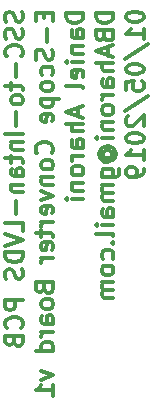
<source format=gbr>
G04 #@! TF.GenerationSoftware,KiCad,Pcbnew,(5.0.1)-3*
G04 #@! TF.CreationDate,2019-01-05T18:42:13-08:00*
G04 #@! TF.ProjectId,EScope-MSDAQ-2-INTANDAQ,4553636F70652D4D534441512D322D49,rev?*
G04 #@! TF.SameCoordinates,Original*
G04 #@! TF.FileFunction,Legend,Bot*
G04 #@! TF.FilePolarity,Positive*
%FSLAX46Y46*%
G04 Gerber Fmt 4.6, Leading zero omitted, Abs format (unit mm)*
G04 Created by KiCad (PCBNEW (5.0.1)-3) date 1/5/2019 6:42:13 PM*
%MOMM*%
%LPD*%
G01*
G04 APERTURE LIST*
%ADD10C,0.300000*%
G04 APERTURE END LIST*
D10*
X134530742Y-92114514D02*
X134602171Y-92328800D01*
X134602171Y-92685942D01*
X134530742Y-92828800D01*
X134459314Y-92900228D01*
X134316457Y-92971657D01*
X134173600Y-92971657D01*
X134030742Y-92900228D01*
X133959314Y-92828800D01*
X133887885Y-92685942D01*
X133816457Y-92400228D01*
X133745028Y-92257371D01*
X133673600Y-92185942D01*
X133530742Y-92114514D01*
X133387885Y-92114514D01*
X133245028Y-92185942D01*
X133173600Y-92257371D01*
X133102171Y-92400228D01*
X133102171Y-92757371D01*
X133173600Y-92971657D01*
X134530742Y-93543085D02*
X134602171Y-93757371D01*
X134602171Y-94114514D01*
X134530742Y-94257371D01*
X134459314Y-94328800D01*
X134316457Y-94400228D01*
X134173600Y-94400228D01*
X134030742Y-94328800D01*
X133959314Y-94257371D01*
X133887885Y-94114514D01*
X133816457Y-93828800D01*
X133745028Y-93685942D01*
X133673600Y-93614514D01*
X133530742Y-93543085D01*
X133387885Y-93543085D01*
X133245028Y-93614514D01*
X133173600Y-93685942D01*
X133102171Y-93828800D01*
X133102171Y-94185942D01*
X133173600Y-94400228D01*
X134459314Y-95900228D02*
X134530742Y-95828800D01*
X134602171Y-95614514D01*
X134602171Y-95471657D01*
X134530742Y-95257371D01*
X134387885Y-95114514D01*
X134245028Y-95043085D01*
X133959314Y-94971657D01*
X133745028Y-94971657D01*
X133459314Y-95043085D01*
X133316457Y-95114514D01*
X133173600Y-95257371D01*
X133102171Y-95471657D01*
X133102171Y-95614514D01*
X133173600Y-95828800D01*
X133245028Y-95900228D01*
X134030742Y-96543085D02*
X134030742Y-97685942D01*
X133602171Y-98185942D02*
X133602171Y-98757371D01*
X133102171Y-98400228D02*
X134387885Y-98400228D01*
X134530742Y-98471657D01*
X134602171Y-98614514D01*
X134602171Y-98757371D01*
X134602171Y-99471657D02*
X134530742Y-99328800D01*
X134459314Y-99257371D01*
X134316457Y-99185942D01*
X133887885Y-99185942D01*
X133745028Y-99257371D01*
X133673600Y-99328800D01*
X133602171Y-99471657D01*
X133602171Y-99685942D01*
X133673600Y-99828800D01*
X133745028Y-99900228D01*
X133887885Y-99971657D01*
X134316457Y-99971657D01*
X134459314Y-99900228D01*
X134530742Y-99828800D01*
X134602171Y-99685942D01*
X134602171Y-99471657D01*
X134030742Y-100614514D02*
X134030742Y-101757371D01*
X134602171Y-102471657D02*
X133102171Y-102471657D01*
X133602171Y-103185942D02*
X134602171Y-103185942D01*
X133745028Y-103185942D02*
X133673600Y-103257371D01*
X133602171Y-103400228D01*
X133602171Y-103614514D01*
X133673600Y-103757371D01*
X133816457Y-103828800D01*
X134602171Y-103828800D01*
X133602171Y-104328800D02*
X133602171Y-104900228D01*
X133102171Y-104543085D02*
X134387885Y-104543085D01*
X134530742Y-104614514D01*
X134602171Y-104757371D01*
X134602171Y-104900228D01*
X134602171Y-106043085D02*
X133816457Y-106043085D01*
X133673600Y-105971657D01*
X133602171Y-105828800D01*
X133602171Y-105543085D01*
X133673600Y-105400228D01*
X134530742Y-106043085D02*
X134602171Y-105900228D01*
X134602171Y-105543085D01*
X134530742Y-105400228D01*
X134387885Y-105328800D01*
X134245028Y-105328800D01*
X134102171Y-105400228D01*
X134030742Y-105543085D01*
X134030742Y-105900228D01*
X133959314Y-106043085D01*
X133602171Y-106757371D02*
X134602171Y-106757371D01*
X133745028Y-106757371D02*
X133673600Y-106828800D01*
X133602171Y-106971657D01*
X133602171Y-107185942D01*
X133673600Y-107328800D01*
X133816457Y-107400228D01*
X134602171Y-107400228D01*
X134030742Y-108114514D02*
X134030742Y-109257371D01*
X134602171Y-110685942D02*
X134602171Y-109971657D01*
X133102171Y-109971657D01*
X133102171Y-110971657D02*
X134602171Y-111471657D01*
X133102171Y-111971657D01*
X134602171Y-112471657D02*
X133102171Y-112471657D01*
X133102171Y-112828800D01*
X133173600Y-113043085D01*
X133316457Y-113185942D01*
X133459314Y-113257371D01*
X133745028Y-113328800D01*
X133959314Y-113328800D01*
X134245028Y-113257371D01*
X134387885Y-113185942D01*
X134530742Y-113043085D01*
X134602171Y-112828800D01*
X134602171Y-112471657D01*
X134530742Y-113900228D02*
X134602171Y-114114514D01*
X134602171Y-114471657D01*
X134530742Y-114614514D01*
X134459314Y-114685942D01*
X134316457Y-114757371D01*
X134173600Y-114757371D01*
X134030742Y-114685942D01*
X133959314Y-114614514D01*
X133887885Y-114471657D01*
X133816457Y-114185942D01*
X133745028Y-114043085D01*
X133673600Y-113971657D01*
X133530742Y-113900228D01*
X133387885Y-113900228D01*
X133245028Y-113971657D01*
X133173600Y-114043085D01*
X133102171Y-114185942D01*
X133102171Y-114543085D01*
X133173600Y-114757371D01*
X134602171Y-116543085D02*
X133102171Y-116543085D01*
X133102171Y-117114514D01*
X133173600Y-117257371D01*
X133245028Y-117328800D01*
X133387885Y-117400228D01*
X133602171Y-117400228D01*
X133745028Y-117328800D01*
X133816457Y-117257371D01*
X133887885Y-117114514D01*
X133887885Y-116543085D01*
X134459314Y-118900228D02*
X134530742Y-118828800D01*
X134602171Y-118614514D01*
X134602171Y-118471657D01*
X134530742Y-118257371D01*
X134387885Y-118114514D01*
X134245028Y-118043085D01*
X133959314Y-117971657D01*
X133745028Y-117971657D01*
X133459314Y-118043085D01*
X133316457Y-118114514D01*
X133173600Y-118257371D01*
X133102171Y-118471657D01*
X133102171Y-118614514D01*
X133173600Y-118828800D01*
X133245028Y-118900228D01*
X133816457Y-120043085D02*
X133887885Y-120257371D01*
X133959314Y-120328800D01*
X134102171Y-120400228D01*
X134316457Y-120400228D01*
X134459314Y-120328800D01*
X134530742Y-120257371D01*
X134602171Y-120114514D01*
X134602171Y-119543085D01*
X133102171Y-119543085D01*
X133102171Y-120043085D01*
X133173600Y-120185942D01*
X133245028Y-120257371D01*
X133387885Y-120328800D01*
X133530742Y-120328800D01*
X133673600Y-120257371D01*
X133745028Y-120185942D01*
X133816457Y-120043085D01*
X133816457Y-119543085D01*
X136366457Y-92185942D02*
X136366457Y-92685942D01*
X137152171Y-92900228D02*
X137152171Y-92185942D01*
X135652171Y-92185942D01*
X135652171Y-92900228D01*
X136580742Y-93543085D02*
X136580742Y-94685942D01*
X137080742Y-95328800D02*
X137152171Y-95543085D01*
X137152171Y-95900228D01*
X137080742Y-96043085D01*
X137009314Y-96114514D01*
X136866457Y-96185942D01*
X136723600Y-96185942D01*
X136580742Y-96114514D01*
X136509314Y-96043085D01*
X136437885Y-95900228D01*
X136366457Y-95614514D01*
X136295028Y-95471657D01*
X136223600Y-95400228D01*
X136080742Y-95328800D01*
X135937885Y-95328800D01*
X135795028Y-95400228D01*
X135723600Y-95471657D01*
X135652171Y-95614514D01*
X135652171Y-95971657D01*
X135723600Y-96185942D01*
X137080742Y-97471657D02*
X137152171Y-97328800D01*
X137152171Y-97043085D01*
X137080742Y-96900228D01*
X137009314Y-96828800D01*
X136866457Y-96757371D01*
X136437885Y-96757371D01*
X136295028Y-96828800D01*
X136223600Y-96900228D01*
X136152171Y-97043085D01*
X136152171Y-97328800D01*
X136223600Y-97471657D01*
X137152171Y-98328800D02*
X137080742Y-98185942D01*
X137009314Y-98114514D01*
X136866457Y-98043085D01*
X136437885Y-98043085D01*
X136295028Y-98114514D01*
X136223600Y-98185942D01*
X136152171Y-98328800D01*
X136152171Y-98543085D01*
X136223600Y-98685942D01*
X136295028Y-98757371D01*
X136437885Y-98828800D01*
X136866457Y-98828800D01*
X137009314Y-98757371D01*
X137080742Y-98685942D01*
X137152171Y-98543085D01*
X137152171Y-98328800D01*
X136152171Y-99471657D02*
X137652171Y-99471657D01*
X136223600Y-99471657D02*
X136152171Y-99614514D01*
X136152171Y-99900228D01*
X136223600Y-100043085D01*
X136295028Y-100114514D01*
X136437885Y-100185942D01*
X136866457Y-100185942D01*
X137009314Y-100114514D01*
X137080742Y-100043085D01*
X137152171Y-99900228D01*
X137152171Y-99614514D01*
X137080742Y-99471657D01*
X137080742Y-101400228D02*
X137152171Y-101257371D01*
X137152171Y-100971657D01*
X137080742Y-100828800D01*
X136937885Y-100757371D01*
X136366457Y-100757371D01*
X136223600Y-100828800D01*
X136152171Y-100971657D01*
X136152171Y-101257371D01*
X136223600Y-101400228D01*
X136366457Y-101471657D01*
X136509314Y-101471657D01*
X136652171Y-100757371D01*
X137009314Y-104114514D02*
X137080742Y-104043085D01*
X137152171Y-103828800D01*
X137152171Y-103685942D01*
X137080742Y-103471657D01*
X136937885Y-103328800D01*
X136795028Y-103257371D01*
X136509314Y-103185942D01*
X136295028Y-103185942D01*
X136009314Y-103257371D01*
X135866457Y-103328800D01*
X135723600Y-103471657D01*
X135652171Y-103685942D01*
X135652171Y-103828800D01*
X135723600Y-104043085D01*
X135795028Y-104114514D01*
X137152171Y-104971657D02*
X137080742Y-104828800D01*
X137009314Y-104757371D01*
X136866457Y-104685942D01*
X136437885Y-104685942D01*
X136295028Y-104757371D01*
X136223600Y-104828800D01*
X136152171Y-104971657D01*
X136152171Y-105185942D01*
X136223600Y-105328800D01*
X136295028Y-105400228D01*
X136437885Y-105471657D01*
X136866457Y-105471657D01*
X137009314Y-105400228D01*
X137080742Y-105328800D01*
X137152171Y-105185942D01*
X137152171Y-104971657D01*
X136152171Y-106114514D02*
X137152171Y-106114514D01*
X136295028Y-106114514D02*
X136223600Y-106185942D01*
X136152171Y-106328800D01*
X136152171Y-106543085D01*
X136223600Y-106685942D01*
X136366457Y-106757371D01*
X137152171Y-106757371D01*
X136152171Y-107328800D02*
X137152171Y-107685942D01*
X136152171Y-108043085D01*
X137080742Y-109185942D02*
X137152171Y-109043085D01*
X137152171Y-108757371D01*
X137080742Y-108614514D01*
X136937885Y-108543085D01*
X136366457Y-108543085D01*
X136223600Y-108614514D01*
X136152171Y-108757371D01*
X136152171Y-109043085D01*
X136223600Y-109185942D01*
X136366457Y-109257371D01*
X136509314Y-109257371D01*
X136652171Y-108543085D01*
X137152171Y-109900228D02*
X136152171Y-109900228D01*
X136437885Y-109900228D02*
X136295028Y-109971657D01*
X136223600Y-110043085D01*
X136152171Y-110185942D01*
X136152171Y-110328800D01*
X136152171Y-110614514D02*
X136152171Y-111185942D01*
X135652171Y-110828800D02*
X136937885Y-110828800D01*
X137080742Y-110900228D01*
X137152171Y-111043085D01*
X137152171Y-111185942D01*
X137080742Y-112257371D02*
X137152171Y-112114514D01*
X137152171Y-111828800D01*
X137080742Y-111685942D01*
X136937885Y-111614514D01*
X136366457Y-111614514D01*
X136223600Y-111685942D01*
X136152171Y-111828800D01*
X136152171Y-112114514D01*
X136223600Y-112257371D01*
X136366457Y-112328800D01*
X136509314Y-112328800D01*
X136652171Y-111614514D01*
X137152171Y-112971657D02*
X136152171Y-112971657D01*
X136437885Y-112971657D02*
X136295028Y-113043085D01*
X136223600Y-113114514D01*
X136152171Y-113257371D01*
X136152171Y-113400228D01*
X136366457Y-115543085D02*
X136437885Y-115757371D01*
X136509314Y-115828800D01*
X136652171Y-115900228D01*
X136866457Y-115900228D01*
X137009314Y-115828800D01*
X137080742Y-115757371D01*
X137152171Y-115614514D01*
X137152171Y-115043085D01*
X135652171Y-115043085D01*
X135652171Y-115543085D01*
X135723600Y-115685942D01*
X135795028Y-115757371D01*
X135937885Y-115828800D01*
X136080742Y-115828800D01*
X136223600Y-115757371D01*
X136295028Y-115685942D01*
X136366457Y-115543085D01*
X136366457Y-115043085D01*
X137152171Y-116757371D02*
X137080742Y-116614514D01*
X137009314Y-116543085D01*
X136866457Y-116471657D01*
X136437885Y-116471657D01*
X136295028Y-116543085D01*
X136223600Y-116614514D01*
X136152171Y-116757371D01*
X136152171Y-116971657D01*
X136223600Y-117114514D01*
X136295028Y-117185942D01*
X136437885Y-117257371D01*
X136866457Y-117257371D01*
X137009314Y-117185942D01*
X137080742Y-117114514D01*
X137152171Y-116971657D01*
X137152171Y-116757371D01*
X137152171Y-118543085D02*
X136366457Y-118543085D01*
X136223600Y-118471657D01*
X136152171Y-118328800D01*
X136152171Y-118043085D01*
X136223600Y-117900228D01*
X137080742Y-118543085D02*
X137152171Y-118400228D01*
X137152171Y-118043085D01*
X137080742Y-117900228D01*
X136937885Y-117828800D01*
X136795028Y-117828800D01*
X136652171Y-117900228D01*
X136580742Y-118043085D01*
X136580742Y-118400228D01*
X136509314Y-118543085D01*
X137152171Y-119257371D02*
X136152171Y-119257371D01*
X136437885Y-119257371D02*
X136295028Y-119328800D01*
X136223600Y-119400228D01*
X136152171Y-119543085D01*
X136152171Y-119685942D01*
X137152171Y-120828800D02*
X135652171Y-120828800D01*
X137080742Y-120828800D02*
X137152171Y-120685942D01*
X137152171Y-120400228D01*
X137080742Y-120257371D01*
X137009314Y-120185942D01*
X136866457Y-120114514D01*
X136437885Y-120114514D01*
X136295028Y-120185942D01*
X136223600Y-120257371D01*
X136152171Y-120400228D01*
X136152171Y-120685942D01*
X136223600Y-120828800D01*
X136152171Y-122543085D02*
X137152171Y-122900228D01*
X136152171Y-123257371D01*
X137152171Y-124614514D02*
X137152171Y-123757371D01*
X137152171Y-124185942D02*
X135652171Y-124185942D01*
X135866457Y-124043085D01*
X136009314Y-123900228D01*
X136080742Y-123757371D01*
X139702171Y-92185942D02*
X138202171Y-92185942D01*
X138202171Y-92543085D01*
X138273600Y-92757371D01*
X138416457Y-92900228D01*
X138559314Y-92971657D01*
X138845028Y-93043085D01*
X139059314Y-93043085D01*
X139345028Y-92971657D01*
X139487885Y-92900228D01*
X139630742Y-92757371D01*
X139702171Y-92543085D01*
X139702171Y-92185942D01*
X139702171Y-94328800D02*
X138916457Y-94328800D01*
X138773600Y-94257371D01*
X138702171Y-94114514D01*
X138702171Y-93828800D01*
X138773600Y-93685942D01*
X139630742Y-94328800D02*
X139702171Y-94185942D01*
X139702171Y-93828800D01*
X139630742Y-93685942D01*
X139487885Y-93614514D01*
X139345028Y-93614514D01*
X139202171Y-93685942D01*
X139130742Y-93828800D01*
X139130742Y-94185942D01*
X139059314Y-94328800D01*
X138702171Y-95043085D02*
X139702171Y-95043085D01*
X138845028Y-95043085D02*
X138773600Y-95114514D01*
X138702171Y-95257371D01*
X138702171Y-95471657D01*
X138773600Y-95614514D01*
X138916457Y-95685942D01*
X139702171Y-95685942D01*
X139702171Y-96400228D02*
X138702171Y-96400228D01*
X138202171Y-96400228D02*
X138273600Y-96328800D01*
X138345028Y-96400228D01*
X138273600Y-96471657D01*
X138202171Y-96400228D01*
X138345028Y-96400228D01*
X139630742Y-97685942D02*
X139702171Y-97543085D01*
X139702171Y-97257371D01*
X139630742Y-97114514D01*
X139487885Y-97043085D01*
X138916457Y-97043085D01*
X138773600Y-97114514D01*
X138702171Y-97257371D01*
X138702171Y-97543085D01*
X138773600Y-97685942D01*
X138916457Y-97757371D01*
X139059314Y-97757371D01*
X139202171Y-97043085D01*
X139702171Y-98614514D02*
X139630742Y-98471657D01*
X139487885Y-98400228D01*
X138202171Y-98400228D01*
X139273600Y-100257371D02*
X139273600Y-100971657D01*
X139702171Y-100114514D02*
X138202171Y-100614514D01*
X139702171Y-101114514D01*
X139702171Y-101614514D02*
X138202171Y-101614514D01*
X139702171Y-102257371D02*
X138916457Y-102257371D01*
X138773600Y-102185942D01*
X138702171Y-102043085D01*
X138702171Y-101828800D01*
X138773600Y-101685942D01*
X138845028Y-101614514D01*
X139702171Y-103614514D02*
X138916457Y-103614514D01*
X138773600Y-103543085D01*
X138702171Y-103400228D01*
X138702171Y-103114514D01*
X138773600Y-102971657D01*
X139630742Y-103614514D02*
X139702171Y-103471657D01*
X139702171Y-103114514D01*
X139630742Y-102971657D01*
X139487885Y-102900228D01*
X139345028Y-102900228D01*
X139202171Y-102971657D01*
X139130742Y-103114514D01*
X139130742Y-103471657D01*
X139059314Y-103614514D01*
X139702171Y-104328800D02*
X138702171Y-104328800D01*
X138987885Y-104328800D02*
X138845028Y-104400228D01*
X138773600Y-104471657D01*
X138702171Y-104614514D01*
X138702171Y-104757371D01*
X139702171Y-105471657D02*
X139630742Y-105328800D01*
X139559314Y-105257371D01*
X139416457Y-105185942D01*
X138987885Y-105185942D01*
X138845028Y-105257371D01*
X138773600Y-105328800D01*
X138702171Y-105471657D01*
X138702171Y-105685942D01*
X138773600Y-105828800D01*
X138845028Y-105900228D01*
X138987885Y-105971657D01*
X139416457Y-105971657D01*
X139559314Y-105900228D01*
X139630742Y-105828800D01*
X139702171Y-105685942D01*
X139702171Y-105471657D01*
X138702171Y-106614514D02*
X139702171Y-106614514D01*
X138845028Y-106614514D02*
X138773600Y-106685942D01*
X138702171Y-106828800D01*
X138702171Y-107043085D01*
X138773600Y-107185942D01*
X138916457Y-107257371D01*
X139702171Y-107257371D01*
X139702171Y-107971657D02*
X138702171Y-107971657D01*
X138202171Y-107971657D02*
X138273600Y-107900228D01*
X138345028Y-107971657D01*
X138273600Y-108043085D01*
X138202171Y-107971657D01*
X138345028Y-107971657D01*
X142252171Y-92185942D02*
X140752171Y-92185942D01*
X140752171Y-92543085D01*
X140823600Y-92757371D01*
X140966457Y-92900228D01*
X141109314Y-92971657D01*
X141395028Y-93043085D01*
X141609314Y-93043085D01*
X141895028Y-92971657D01*
X142037885Y-92900228D01*
X142180742Y-92757371D01*
X142252171Y-92543085D01*
X142252171Y-92185942D01*
X141466457Y-94185942D02*
X141537885Y-94400228D01*
X141609314Y-94471657D01*
X141752171Y-94543085D01*
X141966457Y-94543085D01*
X142109314Y-94471657D01*
X142180742Y-94400228D01*
X142252171Y-94257371D01*
X142252171Y-93685942D01*
X140752171Y-93685942D01*
X140752171Y-94185942D01*
X140823600Y-94328800D01*
X140895028Y-94400228D01*
X141037885Y-94471657D01*
X141180742Y-94471657D01*
X141323600Y-94400228D01*
X141395028Y-94328800D01*
X141466457Y-94185942D01*
X141466457Y-93685942D01*
X141823600Y-95114514D02*
X141823600Y-95828800D01*
X142252171Y-94971657D02*
X140752171Y-95471657D01*
X142252171Y-95971657D01*
X142252171Y-96471657D02*
X140752171Y-96471657D01*
X142252171Y-97114514D02*
X141466457Y-97114514D01*
X141323600Y-97043085D01*
X141252171Y-96900228D01*
X141252171Y-96685942D01*
X141323600Y-96543085D01*
X141395028Y-96471657D01*
X142252171Y-98471657D02*
X141466457Y-98471657D01*
X141323600Y-98400228D01*
X141252171Y-98257371D01*
X141252171Y-97971657D01*
X141323600Y-97828800D01*
X142180742Y-98471657D02*
X142252171Y-98328800D01*
X142252171Y-97971657D01*
X142180742Y-97828800D01*
X142037885Y-97757371D01*
X141895028Y-97757371D01*
X141752171Y-97828800D01*
X141680742Y-97971657D01*
X141680742Y-98328800D01*
X141609314Y-98471657D01*
X142252171Y-99185942D02*
X141252171Y-99185942D01*
X141537885Y-99185942D02*
X141395028Y-99257371D01*
X141323600Y-99328800D01*
X141252171Y-99471657D01*
X141252171Y-99614514D01*
X142252171Y-100328800D02*
X142180742Y-100185942D01*
X142109314Y-100114514D01*
X141966457Y-100043085D01*
X141537885Y-100043085D01*
X141395028Y-100114514D01*
X141323600Y-100185942D01*
X141252171Y-100328800D01*
X141252171Y-100543085D01*
X141323600Y-100685942D01*
X141395028Y-100757371D01*
X141537885Y-100828800D01*
X141966457Y-100828800D01*
X142109314Y-100757371D01*
X142180742Y-100685942D01*
X142252171Y-100543085D01*
X142252171Y-100328800D01*
X141252171Y-101471657D02*
X142252171Y-101471657D01*
X141395028Y-101471657D02*
X141323600Y-101543085D01*
X141252171Y-101685942D01*
X141252171Y-101900228D01*
X141323600Y-102043085D01*
X141466457Y-102114514D01*
X142252171Y-102114514D01*
X142252171Y-102828800D02*
X141252171Y-102828800D01*
X140752171Y-102828800D02*
X140823600Y-102757371D01*
X140895028Y-102828800D01*
X140823600Y-102900228D01*
X140752171Y-102828800D01*
X140895028Y-102828800D01*
X141537885Y-104471657D02*
X141466457Y-104400228D01*
X141395028Y-104257371D01*
X141395028Y-104114514D01*
X141466457Y-103971657D01*
X141537885Y-103900228D01*
X141680742Y-103828800D01*
X141823600Y-103828800D01*
X141966457Y-103900228D01*
X142037885Y-103971657D01*
X142109314Y-104114514D01*
X142109314Y-104257371D01*
X142037885Y-104400228D01*
X141966457Y-104471657D01*
X141395028Y-104471657D02*
X141966457Y-104471657D01*
X142037885Y-104543085D01*
X142037885Y-104614514D01*
X141966457Y-104757371D01*
X141823600Y-104828800D01*
X141466457Y-104828800D01*
X141252171Y-104685942D01*
X141109314Y-104471657D01*
X141037885Y-104185942D01*
X141109314Y-103900228D01*
X141252171Y-103685942D01*
X141466457Y-103543085D01*
X141752171Y-103471657D01*
X142037885Y-103543085D01*
X142252171Y-103685942D01*
X142395028Y-103900228D01*
X142466457Y-104185942D01*
X142395028Y-104471657D01*
X142252171Y-104685942D01*
X141252171Y-106114514D02*
X142466457Y-106114514D01*
X142609314Y-106043085D01*
X142680742Y-105971657D01*
X142752171Y-105828800D01*
X142752171Y-105614514D01*
X142680742Y-105471657D01*
X142180742Y-106114514D02*
X142252171Y-105971657D01*
X142252171Y-105685942D01*
X142180742Y-105543085D01*
X142109314Y-105471657D01*
X141966457Y-105400228D01*
X141537885Y-105400228D01*
X141395028Y-105471657D01*
X141323600Y-105543085D01*
X141252171Y-105685942D01*
X141252171Y-105971657D01*
X141323600Y-106114514D01*
X142252171Y-106828800D02*
X141252171Y-106828800D01*
X141395028Y-106828800D02*
X141323600Y-106900228D01*
X141252171Y-107043085D01*
X141252171Y-107257371D01*
X141323600Y-107400228D01*
X141466457Y-107471657D01*
X142252171Y-107471657D01*
X141466457Y-107471657D02*
X141323600Y-107543085D01*
X141252171Y-107685942D01*
X141252171Y-107900228D01*
X141323600Y-108043085D01*
X141466457Y-108114514D01*
X142252171Y-108114514D01*
X142252171Y-109471657D02*
X141466457Y-109471657D01*
X141323600Y-109400228D01*
X141252171Y-109257371D01*
X141252171Y-108971657D01*
X141323600Y-108828800D01*
X142180742Y-109471657D02*
X142252171Y-109328800D01*
X142252171Y-108971657D01*
X142180742Y-108828800D01*
X142037885Y-108757371D01*
X141895028Y-108757371D01*
X141752171Y-108828800D01*
X141680742Y-108971657D01*
X141680742Y-109328800D01*
X141609314Y-109471657D01*
X142252171Y-110185942D02*
X141252171Y-110185942D01*
X140752171Y-110185942D02*
X140823600Y-110114514D01*
X140895028Y-110185942D01*
X140823600Y-110257371D01*
X140752171Y-110185942D01*
X140895028Y-110185942D01*
X142252171Y-111114514D02*
X142180742Y-110971657D01*
X142037885Y-110900228D01*
X140752171Y-110900228D01*
X142109314Y-111685942D02*
X142180742Y-111757371D01*
X142252171Y-111685942D01*
X142180742Y-111614514D01*
X142109314Y-111685942D01*
X142252171Y-111685942D01*
X142180742Y-113043085D02*
X142252171Y-112900228D01*
X142252171Y-112614514D01*
X142180742Y-112471657D01*
X142109314Y-112400228D01*
X141966457Y-112328800D01*
X141537885Y-112328800D01*
X141395028Y-112400228D01*
X141323600Y-112471657D01*
X141252171Y-112614514D01*
X141252171Y-112900228D01*
X141323600Y-113043085D01*
X142252171Y-113900228D02*
X142180742Y-113757371D01*
X142109314Y-113685942D01*
X141966457Y-113614514D01*
X141537885Y-113614514D01*
X141395028Y-113685942D01*
X141323600Y-113757371D01*
X141252171Y-113900228D01*
X141252171Y-114114514D01*
X141323600Y-114257371D01*
X141395028Y-114328800D01*
X141537885Y-114400228D01*
X141966457Y-114400228D01*
X142109314Y-114328800D01*
X142180742Y-114257371D01*
X142252171Y-114114514D01*
X142252171Y-113900228D01*
X142252171Y-115043085D02*
X141252171Y-115043085D01*
X141395028Y-115043085D02*
X141323600Y-115114514D01*
X141252171Y-115257371D01*
X141252171Y-115471657D01*
X141323600Y-115614514D01*
X141466457Y-115685942D01*
X142252171Y-115685942D01*
X141466457Y-115685942D02*
X141323600Y-115757371D01*
X141252171Y-115900228D01*
X141252171Y-116114514D01*
X141323600Y-116257371D01*
X141466457Y-116328800D01*
X142252171Y-116328800D01*
X143302171Y-92471657D02*
X143302171Y-92614514D01*
X143373600Y-92757371D01*
X143445028Y-92828800D01*
X143587885Y-92900228D01*
X143873600Y-92971657D01*
X144230742Y-92971657D01*
X144516457Y-92900228D01*
X144659314Y-92828800D01*
X144730742Y-92757371D01*
X144802171Y-92614514D01*
X144802171Y-92471657D01*
X144730742Y-92328800D01*
X144659314Y-92257371D01*
X144516457Y-92185942D01*
X144230742Y-92114514D01*
X143873600Y-92114514D01*
X143587885Y-92185942D01*
X143445028Y-92257371D01*
X143373600Y-92328800D01*
X143302171Y-92471657D01*
X144802171Y-94400228D02*
X144802171Y-93543085D01*
X144802171Y-93971657D02*
X143302171Y-93971657D01*
X143516457Y-93828800D01*
X143659314Y-93685942D01*
X143730742Y-93543085D01*
X143230742Y-96114514D02*
X145159314Y-94828800D01*
X143302171Y-96900228D02*
X143302171Y-97043085D01*
X143373600Y-97185942D01*
X143445028Y-97257371D01*
X143587885Y-97328800D01*
X143873600Y-97400228D01*
X144230742Y-97400228D01*
X144516457Y-97328800D01*
X144659314Y-97257371D01*
X144730742Y-97185942D01*
X144802171Y-97043085D01*
X144802171Y-96900228D01*
X144730742Y-96757371D01*
X144659314Y-96685942D01*
X144516457Y-96614514D01*
X144230742Y-96543085D01*
X143873600Y-96543085D01*
X143587885Y-96614514D01*
X143445028Y-96685942D01*
X143373600Y-96757371D01*
X143302171Y-96900228D01*
X143302171Y-98757371D02*
X143302171Y-98043085D01*
X144016457Y-97971657D01*
X143945028Y-98043085D01*
X143873600Y-98185942D01*
X143873600Y-98543085D01*
X143945028Y-98685942D01*
X144016457Y-98757371D01*
X144159314Y-98828800D01*
X144516457Y-98828800D01*
X144659314Y-98757371D01*
X144730742Y-98685942D01*
X144802171Y-98543085D01*
X144802171Y-98185942D01*
X144730742Y-98043085D01*
X144659314Y-97971657D01*
X143230742Y-100543085D02*
X145159314Y-99257371D01*
X143445028Y-100971657D02*
X143373600Y-101043085D01*
X143302171Y-101185942D01*
X143302171Y-101543085D01*
X143373600Y-101685942D01*
X143445028Y-101757371D01*
X143587885Y-101828800D01*
X143730742Y-101828800D01*
X143945028Y-101757371D01*
X144802171Y-100900228D01*
X144802171Y-101828800D01*
X143302171Y-102757371D02*
X143302171Y-102900228D01*
X143373600Y-103043085D01*
X143445028Y-103114514D01*
X143587885Y-103185942D01*
X143873600Y-103257371D01*
X144230742Y-103257371D01*
X144516457Y-103185942D01*
X144659314Y-103114514D01*
X144730742Y-103043085D01*
X144802171Y-102900228D01*
X144802171Y-102757371D01*
X144730742Y-102614514D01*
X144659314Y-102543085D01*
X144516457Y-102471657D01*
X144230742Y-102400228D01*
X143873600Y-102400228D01*
X143587885Y-102471657D01*
X143445028Y-102543085D01*
X143373600Y-102614514D01*
X143302171Y-102757371D01*
X144802171Y-104685942D02*
X144802171Y-103828800D01*
X144802171Y-104257371D02*
X143302171Y-104257371D01*
X143516457Y-104114514D01*
X143659314Y-103971657D01*
X143730742Y-103828800D01*
X144802171Y-105400228D02*
X144802171Y-105685942D01*
X144730742Y-105828800D01*
X144659314Y-105900228D01*
X144445028Y-106043085D01*
X144159314Y-106114514D01*
X143587885Y-106114514D01*
X143445028Y-106043085D01*
X143373600Y-105971657D01*
X143302171Y-105828800D01*
X143302171Y-105543085D01*
X143373600Y-105400228D01*
X143445028Y-105328800D01*
X143587885Y-105257371D01*
X143945028Y-105257371D01*
X144087885Y-105328800D01*
X144159314Y-105400228D01*
X144230742Y-105543085D01*
X144230742Y-105828800D01*
X144159314Y-105971657D01*
X144087885Y-106043085D01*
X143945028Y-106114514D01*
M02*

</source>
